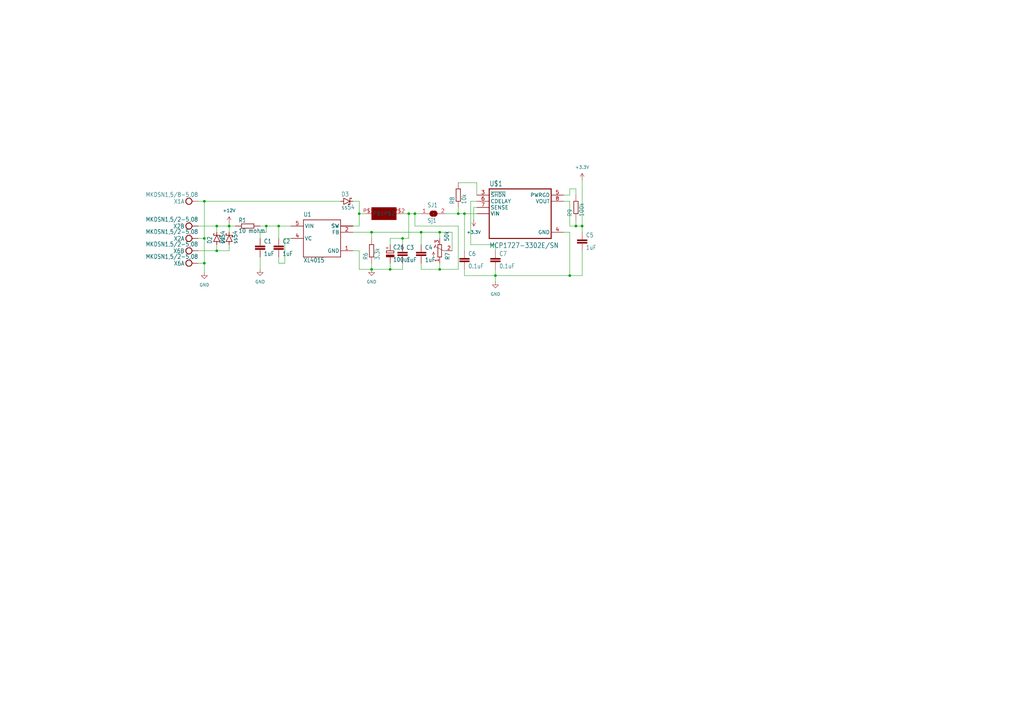
<source format=kicad_sch>
(kicad_sch (version 20250114) (generator "eeschema") (generator_version "9.0")
  (paper "A3")
  (title_block (title "RTU-Eneragro") (date "2025-08-29") (rev "2.0") (company "ELECTROSHOP") (comment 1 "Colaborator 1: Eliceo Ocampo Ccoicca"))
  (lib_symbols
    (symbol "RTU_Agro_V4-eagle-import:C-EUC0603"
      (property "Reference" "C" (at 1.524 0.381 0))
      (symbol "C-EUC0603_1_0"
        (rectangle (start -2.032 -1.016) (end 2.032 -0.508) (fill (type outline)))
        (rectangle (start -2.032 -2.032) (end 2.032 -1.524) (fill (type outline)))
        (polyline (pts (xy 0 0) (xy 0 -0.508)) (stroke (width 0.1524)))
        (polyline (pts (xy 0 -2.54) (xy 0 -2.032)) (stroke (width 0.1524)))
        (pin passive line (at 0 2.54 270) (length 2.54) (name "1") (number "1"))
        (pin passive line (at 0 -5.08 90) (length 2.54) (name "2") (number "2"))
      )
    )
    (symbol "RTU_Agro_V4-eagle-import:CPOL-EUE2.5-6"
      (property "Reference" "C" (at 1.143 0.4826 0))
      (symbol "CPOL-EUE2.5-6_1_0"
        (rectangle (start -1.651 -2.54) (end 1.651 -1.651) (fill (type outline)))
        (polyline (pts (xy -1.524 0) (xy -1.524 -0.889)) (stroke (width 0.254)))
        (polyline (pts (xy -1.524 0) (xy 1.524 0)) (stroke (width 0.254)))
        (polyline (pts (xy -1.524 -0.889) (xy 1.524 -0.889)) (stroke (width 0.254)))
        (polyline (pts (xy 1.524 -0.889) (xy 1.524 0)) (stroke (width 0.254)))
        (text "+" (at -0.5842 0.4064 900) (effects (font (size 1.27 1.0795)) (justify left bottom)))
        (pin passive line (at 0 2.54 270) (length 2.54) (name "+") (number "+"))
        (pin passive line (at 0 -5.08 90) (length 2.54) (name "-") (number "-"))
      )
    )
    (symbol "RTU_Agro_V4-eagle-import:INDUCTOR_470"
      (symbol "INDUCTOR_470_1_0"
        (rectangle (start 5.08 0) (end 15.24 5.08) (fill (type outline)))
        (pin bidirectional line (at 2.54 2.54 0) (length 2.54) (name "P$1") (number "P$1"))
        (pin bidirectional line (at 17.78 2.54 180) (length 2.54) (name "P$2") (number "P$2"))
      )
    )
    (symbol "RTU_Agro_V4-eagle-import:MCP1727-3302E/SN"
      (symbol "MCP1727-3302E/SN_1_0"
        (polyline (pts (xy -12.7 10.16) (xy 12.7 10.16)) (stroke (width 0.41)))
        (polyline (pts (xy -12.7 -10.16) (xy -12.7 10.16)) (stroke (width 0.41)))
        (polyline (pts (xy 12.7 10.16) (xy 12.7 -10.16)) (stroke (width 0.41)))
        (polyline (pts (xy 12.7 -10.16) (xy -12.7 -10.16)) (stroke (width 0.41)))
        (pin input line (at -17.78 7.62 0) (length 5.08) (name "~{SHDN}") (number "3"))
        (pin input line (at -17.78 5.08 0) (length 5.08) (name "CDELAY") (number "6"))
        (pin input line (at -17.78 2.54 0) (length 5.08) (name "SENSE") (number "7"))
        (pin input line (at -17.78 0 0) (length 5.08) (name "VIN") (number "1"))
        (pin input line (at -17.78 0 0) (length 5.08) (name "VIN") (number "2"))
        (pin output line (at 17.78 7.62 180) (length 5.08) (name "PWRGD") (number "5"))
        (pin output line (at 17.78 5.08 180) (length 5.08) (name "VOUT") (number "8"))
        (pin power_in line (at 17.78 -7.62 180) (length 5.08) (name "GND") (number "4"))
      )
    )
    (symbol "RTU_Agro_V4-eagle-import:MKDSN1,5/2-5,08"
      (property "Reference" "X" (at 3.048 -0.889 0))
      (symbol "MKDSN1,5/2-5,08_1_0"
        (circle (center 1.27 0) (radius 1.27) (stroke (width 0.254)))
        (circle (center 1.27 0) (radius 1.27) (stroke (width 0.254)))
        (circle (center 1.27 0) (radius 1.27) (stroke (width 0.254)))
        (pin passive line (at -2.54 0 0) (length 2.54) (name "KL") (number "1"))
      )
      (symbol "MKDSN1,5/2-5,08_2_0"
        (circle (center 1.27 0) (radius 1.27) (stroke (width 0.254)))
        (circle (center 1.27 0) (radius 1.27) (stroke (width 0.254)))
        (circle (center 1.27 0) (radius 1.27) (stroke (width 0.254)))
        (pin passive line (at -2.54 0 0) (length 2.54) (name "KL") (number "2"))
      )
    )
    (symbol "RTU_Agro_V4-eagle-import:MKDSN1,5/8-5,08"
      (property "Reference" "X" (at 3.048 -0.889 0))
      (symbol "MKDSN1,5/8-5,08_1_0"
        (circle (center 1.27 0) (radius 1.27) (stroke (width 0.254)))
        (circle (center 1.27 0) (radius 1.27) (stroke (width 0.254)))
        (circle (center 1.27 0) (radius 1.27) (stroke (width 0.254)))
        (pin passive line (at -2.54 0 0) (length 2.54) (name "KL") (number "1"))
      )
      (symbol "MKDSN1,5/8-5,08_2_0"
        (circle (center 1.27 0) (radius 1.27) (stroke (width 0.254)))
        (circle (center 1.27 0) (radius 1.27) (stroke (width 0.254)))
        (circle (center 1.27 0) (radius 1.27) (stroke (width 0.254)))
        (pin passive line (at -2.54 0 0) (length 2.54) (name "KL") (number "2"))
      )
      (symbol "MKDSN1,5/8-5,08_3_0"
        (circle (center 1.27 0) (radius 1.27) (stroke (width 0.254)))
        (circle (center 1.27 0) (radius 1.27) (stroke (width 0.254)))
        (circle (center 1.27 0) (radius 1.27) (stroke (width 0.254)))
        (pin passive line (at -2.54 0 0) (length 2.54) (name "KL") (number "3"))
      )
      (symbol "MKDSN1,5/8-5,08_4_0"
        (circle (center 1.27 0) (radius 1.27) (stroke (width 0.254)))
        (circle (center 1.27 0) (radius 1.27) (stroke (width 0.254)))
        (circle (center 1.27 0) (radius 1.27) (stroke (width 0.254)))
        (pin passive line (at -2.54 0 0) (length 2.54) (name "KL") (number "4"))
      )
      (symbol "MKDSN1,5/8-5,08_5_0"
        (circle (center 1.27 0) (radius 1.27) (stroke (width 0.254)))
        (circle (center 1.27 0) (radius 1.27) (stroke (width 0.254)))
        (circle (center 1.27 0) (radius 1.27) (stroke (width 0.254)))
        (pin passive line (at -2.54 0 0) (length 2.54) (name "KL") (number "5"))
      )
      (symbol "MKDSN1,5/8-5,08_6_0"
        (circle (center 1.27 0) (radius 1.27) (stroke (width 0.254)))
        (circle (center 1.27 0) (radius 1.27) (stroke (width 0.254)))
        (circle (center 1.27 0) (radius 1.27) (stroke (width 0.254)))
        (pin passive line (at -2.54 0 0) (length 2.54) (name "KL") (number "6"))
      )
      (symbol "MKDSN1,5/8-5,08_7_0"
        (circle (center 1.27 0) (radius 1.27) (stroke (width 0.254)))
        (circle (center 1.27 0) (radius 1.27) (stroke (width 0.254)))
        (circle (center 1.27 0) (radius 1.27) (stroke (width 0.254)))
        (pin passive line (at -2.54 0 0) (length 2.54) (name "KL") (number "7"))
      )
      (symbol "MKDSN1,5/8-5,08_8_0"
        (circle (center 1.27 0) (radius 1.27) (stroke (width 0.254)))
        (circle (center 1.27 0) (radius 1.27) (stroke (width 0.254)))
        (circle (center 1.27 0) (radius 1.27) (stroke (width 0.254)))
        (pin passive line (at -2.54 0 0) (length 2.54) (name "KL") (number "8"))
      )
    )
    (symbol "RTU_Agro_V4-eagle-import:R-EU_M1206"
      (property "Reference" "R" (at -3.81 1.4986 0))
      (symbol "R-EU_M1206_1_0"
        (polyline (pts (xy -2.54 -0.889) (xy -2.54 0.889)) (stroke (width 0.254)))
        (polyline (pts (xy -2.54 -0.889) (xy 2.54 -0.889)) (stroke (width 0.254)))
        (polyline (pts (xy 2.54 0.889) (xy -2.54 0.889)) (stroke (width 0.254)))
        (polyline (pts (xy 2.54 -0.889) (xy 2.54 0.889)) (stroke (width 0.254)))
        (pin passive line (at -5.08 0 0) (length 2.54) (name "1") (number "1"))
        (pin passive line (at 5.08 0 180) (length 2.54) (name "2") (number "2"))
      )
    )
    (symbol "RTU_Agro_V4-eagle-import:R-TRIMM64W"
      (property "Reference" "R" (at -5.969 -3.81 90))
      (symbol "R-TRIMM64W_1_0"
        (polyline (pts (xy -2.54 -0.508) (xy -3.048 -1.524)) (stroke (width 0.1524)))
        (polyline (pts (xy -2.54 -0.508) (xy -2.032 -1.524)) (stroke (width 0.1524)))
        (polyline (pts (xy -2.54 -2.54) (xy -2.54 -0.508)) (stroke (width 0.1524)))
        (polyline (pts (xy -2.286 1.27) (xy -1.651 2.413)) (stroke (width 0.254)))
        (polyline (pts (xy -0.762 2.54) (xy -0.762 -2.54)) (stroke (width 0.254)))
        (polyline (pts (xy -0.762 -2.54) (xy 0.762 -2.54)) (stroke (width 0.254)))
        (polyline (pts (xy 0 2.54) (xy -0.762 2.54)) (stroke (width 0.254)))
        (polyline (pts (xy 0 2.54) (xy 0 5.08)) (stroke (width 0.1524)))
        (polyline (pts (xy 0.762 2.54) (xy 0 2.54)) (stroke (width 0.254)))
        (polyline (pts (xy 0.762 -2.54) (xy 0.762 2.54)) (stroke (width 0.254)))
        (polyline (pts (xy 1.651 0) (xy -1.8796 1.7526)) (stroke (width 0.1524)))
        (polyline (pts (xy 2.54 0) (xy 1.651 0)) (stroke (width 0.1524)))
        (pin passive line (at 0 5.08 270) (length 2.54) (name "E") (number "3"))
        (pin passive line (at 0 -5.08 90) (length 2.54) (name "A") (number "1"))
        (pin passive line (at 5.08 0 180) (length 2.54) (name "S") (number "2"))
      )
    )
    (symbol "RTU_Agro_V4-eagle-import:SCHOTTKY-DIODESMD"
      (property "Reference" "D" (at -2.286 1.905 0))
      (symbol "SCHOTTKY-DIODESMD_1_0"
        (polyline (pts (xy -1.27 1.27) (xy -1.27 0)) (stroke (width 0.254)))
        (polyline (pts (xy -1.27 0) (xy -2.54 0)) (stroke (width 0.254)))
        (polyline (pts (xy -1.27 0) (xy -1.27 -1.27)) (stroke (width 0.254)))
        (polyline (pts (xy -1.27 -1.27) (xy 1.27 0)) (stroke (width 0.254)))
        (polyline (pts (xy 0.635 -1.016) (xy 0.635 -1.27)) (stroke (width 0.254)))
        (polyline (pts (xy 1.27 1.27) (xy 1.27 0)) (stroke (width 0.254)))
        (polyline (pts (xy 1.27 0) (xy -1.27 1.27)) (stroke (width 0.254)))
        (polyline (pts (xy 1.27 0) (xy 1.27 -1.27)) (stroke (width 0.254)))
        (polyline (pts (xy 1.27 0) (xy 2.54 0)) (stroke (width 0.254)))
        (polyline (pts (xy 1.27 -1.27) (xy 0.635 -1.27)) (stroke (width 0.254)))
        (polyline (pts (xy 1.905 1.27) (xy 1.27 1.27)) (stroke (width 0.254)))
        (polyline (pts (xy 1.905 1.27) (xy 1.905 1.016)) (stroke (width 0.254)))
        (pin passive line (at -2.54 0 0) (length 0) (name "A") (number "A"))
        (pin passive line (at 2.54 0 180) (length 0) (name "C") (number "C"))
      )
    )
    (symbol "RTU_Agro_V4-eagle-import:SJ"
      (property "Reference" "SJ" (at -2.54 2.54 0))
      (symbol "SJ_1_0"
        (polyline (pts (xy -2.54 0) (xy -1.651 0)) (stroke (width 0.1524)))
        (arc (start -0.381 -0.635) (mid -1.0159 0.0001) (end -0.3808 0.635) (stroke (width 1.27)))
        (arc (start 0.381 0.635) (mid 1.0159 -0.0001) (end 0.3808 -0.635) (stroke (width 1.27)))
        (polyline (pts (xy 2.54 0) (xy 1.651 0)) (stroke (width 0.1524)))
        (pin passive line (at -5.08 0 0) (length 2.54) (name "1") (number "1"))
        (pin passive line (at 5.08 0 180) (length 2.54) (name "2") (number "2"))
      )
    )
    (symbol "RTU_Agro_V4-eagle-import:SMT-WAV"
      (property "Reference" "R" (at -3.81 1.3716 0))
      (symbol "SMT-WAV_1_0"
        (polyline (pts (xy -2.54 0.889) (xy -2.54 -0.889)) (stroke (width 0.254)))
        (polyline (pts (xy -2.54 -0.889) (xy 2.54 -0.889)) (stroke (width 0.254)))
        (polyline (pts (xy 2.54 0.889) (xy -2.54 0.889)) (stroke (width 0.254)))
        (polyline (pts (xy 2.54 0.889) (xy 2.54 -0.889)) (stroke (width 0.254)))
        (pin passive line (at -5.08 0 0) (length 2.54) (name "2") (number "2"))
        (pin passive line (at 5.08 0 180) (length 2.54) (name "1") (number "1"))
      )
    )
    (symbol "RTU_Agro_V4-eagle-import:XL4015"
      (property "Reference" "U" (at -7.62 8.89 0))
      (symbol "XL4015_1_0"
        (polyline (pts (xy -7.62 7.62) (xy -7.62 -7.62)) (stroke (width 0.254)))
        (polyline (pts (xy -7.62 -7.62) (xy 7.62 -7.62)) (stroke (width 0.254)))
        (polyline (pts (xy 7.62 7.62) (xy -7.62 7.62)) (stroke (width 0.254)))
        (polyline (pts (xy 7.62 -7.62) (xy 7.62 7.62)) (stroke (width 0.254)))
        (pin input line (at -12.7 5.08 0) (length 5.08) (name "VIN") (number "5"))
        (pin passive line (at -12.7 0 0) (length 5.08) (name "VC") (number "4"))
        (pin output line (at 12.7 5.08 180) (length 5.08) (name "SW") (number "3"))
        (pin output line (at 12.7 5.08 180) (length 5.08) (name "SW") (number "3.1"))
        (pin input line (at 12.7 2.54 180) (length 5.08) (name "FB") (number "2"))
        (pin power_in line (at 12.7 -5.08 180) (length 5.08) (name "GND") (number "1"))
      )
    )
    (symbol "power:+12V" (power) (pin_numbers (hide yes)) (pin_names (offset 0) (hide yes))
      (property "Value" "+12V" (at 0 3.556 0))
      (symbol "+12V_0_1"
        (polyline (pts (xy -0.762 1.27) (xy 0 2.54)))
        (polyline (pts (xy 0 2.54) (xy 0.762 1.27)))
        (polyline (pts (xy 0 0) (xy 0 2.54)))
      )
      (symbol "+12V_1_1"
        (pin power_in line (at 0 0 90) (length 0) (name "~") (number "1"))
      )
    )
    (symbol "power:+3.3V" (power) (pin_numbers (hide yes)) (pin_names (offset 0) (hide yes))
      (property "Value" "+3.3V" (at 0 3.556 0))
      (symbol "+3.3V_0_1"
        (polyline (pts (xy -0.762 1.27) (xy 0 2.54)))
        (polyline (pts (xy 0 2.54) (xy 0.762 1.27)))
        (polyline (pts (xy 0 0) (xy 0 2.54)))
      )
      (symbol "+3.3V_1_1"
        (pin power_in line (at 0 0 90) (length 0) (name "~") (number "1"))
      )
    )
    (symbol "power:GND" (power) (pin_numbers (hide yes)) (pin_names (offset 0) (hide yes))
      (property "Value" "GND" (at 0 -3.81 0))
      (symbol "GND_0_1"
        (polyline (pts (xy 0 0) (xy 0 -1.27) (xy 1.27 -1.27) (xy 0 -2.54) (xy -1.27 -1.27) (xy 0 -1.27)))
      )
      (symbol "GND_1_1"
        (pin power_in line (at 0 0 270) (length 0) (name "~") (number "1"))
      )
    )
  )
  (junction (at 167.64 87.63))
  (junction (at 83.82 82.55))
  (junction (at 180.34 110.49))
  (junction (at 160.02 110.49))
  (junction (at 147.32 87.63))
  (junction (at 88.9 92.71))
  (junction (at 238.76 92.71))
  (junction (at 152.4 95.25))
  (junction (at 83.82 97.79))
  (junction (at 93.98 92.71))
  (junction (at 88.9 102.87))
  (junction (at 172.72 95.25))
  (junction (at 83.82 107.95))
  (junction (at 170.18 87.63))
  (junction (at 236.22 92.71))
  (junction (at 152.4 110.49))
  (junction (at 109.22 92.71))
  (junction (at 114.3 92.71))
  (junction (at 190.5 87.63))
  (junction (at 187.96 87.63))
  (junction (at 233.68 113.03))
  (junction (at 165.1 97.79))
  (junction (at 203.2 113.03))
  (junction (at 180.34 95.25))
  (wire (pts (xy 203.2 113.03) (xy 190.5 113.03)) (stroke (width 0.1524)))
  (wire (pts (xy 165.1 107.95) (xy 165.1 110.49)) (stroke (width 0.1524)))
  (wire (pts (xy 190.5 110.49) (xy 190.5 113.03)) (stroke (width 0.1524)))
  (wire (pts (xy 93.98 91.44) (xy 93.98 92.71)))
  (wire (pts (xy 81.28 97.79) (xy 83.82 97.79)) (stroke (width 0.1524)))
  (wire (pts (xy 238.76 73.66) (xy 238.76 92.71)) (stroke (width 0.1524)))
  (wire (pts (xy 81.28 102.87) (xy 88.9 102.87)) (stroke (width 0.1524)))
  (wire (pts (xy 233.68 113.03) (xy 203.2 113.03)) (stroke (width 0.1524)))
  (wire (pts (xy 147.32 102.87) (xy 147.32 110.49)) (stroke (width 0.1524)))
  (wire (pts (xy 190.5 87.63) (xy 190.5 102.87)) (stroke (width 0.1524)))
  (wire (pts (xy 83.82 97.79) (xy 83.82 107.95)) (stroke (width 0.1524)))
  (wire (pts (xy 160.02 100.33) (xy 160.02 97.79)) (stroke (width 0.1524)))
  (wire (pts (xy 193.04 100.33) (xy 203.2 100.33)) (stroke (width 0.1524)))
  (wire (pts (xy 144.78 95.25) (xy 152.4 95.25)) (stroke (width 0.1524)))
  (wire (pts (xy 109.22 95.25) (xy 109.22 92.71)) (stroke (width 0.1524)))
  (wire (pts (xy 238.76 113.03) (xy 233.68 113.03)) (stroke (width 0.1524)))
  (wire (pts (xy 96.52 92.71) (xy 93.98 92.71)) (stroke (width 0.1524)))
  (wire (pts (xy 144.78 82.55) (xy 147.32 82.55)) (stroke (width 0.1524)))
  (wire (pts (xy 165.1 110.49) (xy 160.02 110.49)) (stroke (width 0.1524)))
  (wire (pts (xy 182.88 87.63) (xy 187.96 87.63)) (stroke (width 0.1524)))
  (wire (pts (xy 93.98 92.71) (xy 93.98 95.25)) (stroke (width 0.1524)))
  (wire (pts (xy 106.68 97.79) (xy 106.68 95.25)) (stroke (width 0.1524)))
  (wire (pts (xy 187.96 110.49) (xy 180.34 110.49)) (stroke (width 0.1524)))
  (wire (pts (xy 172.72 100.33) (xy 172.72 95.25)) (stroke (width 0.1524)))
  (wire (pts (xy 160.02 110.49) (xy 152.4 110.49)) (stroke (width 0.1524)))
  (wire (pts (xy 172.72 107.95) (xy 172.72 110.49)) (stroke (width 0.1524)))
  (wire (pts (xy 81.28 82.55) (xy 83.82 82.55)) (stroke (width 0.1524)))
  (wire (pts (xy 180.34 110.49) (xy 180.34 107.95)) (stroke (width 0.1524)))
  (wire (pts (xy 233.68 77.47) (xy 236.22 77.47)) (stroke (width 0.1524)))
  (wire (pts (xy 88.9 92.71) (xy 93.98 92.71)) (stroke (width 0.1524)))
  (wire (pts (xy 172.72 87.63) (xy 170.18 87.63)) (stroke (width 0.1524)))
  (wire (pts (xy 116.84 107.95) (xy 116.84 97.79)) (stroke (width 0.1524)))
  (wire (pts (xy 167.64 97.79) (xy 167.64 87.63)) (stroke (width 0.1524)))
  (wire (pts (xy 180.34 95.25) (xy 172.72 95.25)) (stroke (width 0.1524)))
  (wire (pts (xy 185.42 95.25) (xy 180.34 95.25)) (stroke (width 0.1524)))
  (wire (pts (xy 114.3 97.79) (xy 114.3 92.71)) (stroke (width 0.1524)))
  (wire (pts (xy 195.58 87.63) (xy 190.5 87.63)) (stroke (width 0.1524)))
  (wire (pts (xy 203.2 110.49) (xy 203.2 113.03)) (stroke (width 0.1524)))
  (wire (pts (xy 83.82 107.95) (xy 81.28 107.95)) (stroke (width 0.1524)))
  (wire (pts (xy 195.58 82.55) (xy 193.04 82.55)) (stroke (width 0.1524)))
  (wire (pts (xy 238.76 95.25) (xy 238.76 92.71)) (stroke (width 0.1524)))
  (wire (pts (xy 203.2 113.03) (xy 203.2 115.57)))
  (wire (pts (xy 160.02 97.79) (xy 165.1 97.79)) (stroke (width 0.1524)))
  (wire (pts (xy 152.4 110.49) (xy 147.32 110.49)) (stroke (width 0.1524)))
  (wire (pts (xy 172.72 110.49) (xy 180.34 110.49)) (stroke (width 0.1524)))
  (wire (pts (xy 160.02 107.95) (xy 160.02 110.49)) (stroke (width 0.1524)))
  (wire (pts (xy 236.22 90.17) (xy 236.22 92.71)) (stroke (width 0.1524)))
  (wire (pts (xy 114.3 105.41) (xy 114.3 107.95)) (stroke (width 0.1524)))
  (wire (pts (xy 167.64 87.63) (xy 170.18 87.63)) (stroke (width 0.1524)))
  (wire (pts (xy 106.68 95.25) (xy 109.22 95.25)) (stroke (width 0.1524)))
  (wire (pts (xy 147.32 87.63) (xy 147.32 92.71)) (stroke (width 0.1524)))
  (wire (pts (xy 233.68 95.25) (xy 233.68 113.03)) (stroke (width 0.1524)))
  (wire (pts (xy 109.22 92.71) (xy 114.3 92.71)) (stroke (width 0.1524)))
  (wire (pts (xy 88.9 95.25) (xy 88.9 92.71)) (stroke (width 0.1524)))
  (wire (pts (xy 238.76 102.87) (xy 238.76 113.03)) (stroke (width 0.1524)))
  (wire (pts (xy 238.76 92.71) (xy 236.22 92.71)) (stroke (width 0.1524)))
  (wire (pts (xy 185.42 102.87) (xy 185.42 95.25)) (stroke (width 0.1524)))
  (wire (pts (xy 233.68 82.55) (xy 231.14 82.55)) (stroke (width 0.1524)))
  (wire (pts (xy 83.82 82.55) (xy 83.82 97.79)) (stroke (width 0.1524)))
  (wire (pts (xy 139.7 82.55) (xy 83.82 82.55)) (stroke (width 0.1524)))
  (wire (pts (xy 187.96 85.09) (xy 187.96 87.63)) (stroke (width 0.1524)))
  (wire (pts (xy 106.68 92.71) (xy 109.22 92.71)) (stroke (width 0.1524)))
  (wire (pts (xy 233.68 92.71) (xy 233.68 82.55)) (stroke (width 0.1524)))
  (wire (pts (xy 93.98 102.87) (xy 93.98 100.33)) (stroke (width 0.1524)))
  (wire (pts (xy 165.1 87.63) (xy 167.64 87.63)) (stroke (width 0.1524)))
  (wire (pts (xy 193.04 82.55) (xy 193.04 100.33)) (stroke (width 0.1524)))
  (wire (pts (xy 190.5 87.63) (xy 187.96 87.63)) (stroke (width 0.1524)))
  (wire (pts (xy 144.78 102.87) (xy 147.32 102.87)) (stroke (width 0.1524)))
  (wire (pts (xy 119.38 92.71) (xy 114.3 92.71)) (stroke (width 0.1524)))
  (wire (pts (xy 165.1 100.33) (xy 165.1 97.79)) (stroke (width 0.1524)))
  (wire (pts (xy 236.22 77.47) (xy 236.22 80.01)) (stroke (width 0.1524)))
  (wire (pts (xy 106.68 105.41) (xy 106.68 110.49)) (stroke (width 0.1524)))
  (wire (pts (xy 172.72 95.25) (xy 152.4 95.25)) (stroke (width 0.1524)))
  (wire (pts (xy 165.1 97.79) (xy 167.64 97.79)) (stroke (width 0.1524)))
  (wire (pts (xy 81.28 92.71) (xy 88.9 92.71)) (stroke (width 0.1524)))
  (wire (pts (xy 88.9 100.33) (xy 88.9 102.87)) (stroke (width 0.1524)))
  (wire (pts (xy 194.31 90.17) (xy 194.31 85.09)))
  (wire (pts (xy 114.3 107.95) (xy 116.84 107.95)) (stroke (width 0.1524)))
  (wire (pts (xy 231.14 95.25) (xy 233.68 95.25)) (stroke (width 0.1524)))
  (wire (pts (xy 180.34 97.79) (xy 180.34 95.25)) (stroke (width 0.1524)))
  (wire (pts (xy 149.86 87.63) (xy 147.32 87.63)) (stroke (width 0.1524)))
  (wire (pts (xy 195.58 80.01) (xy 195.58 74.93)) (stroke (width 0.1524)))
  (wire (pts (xy 170.18 87.63) (xy 170.18 92.71)) (stroke (width 0.1524)))
  (wire (pts (xy 147.32 82.55) (xy 147.32 87.63)) (stroke (width 0.1524)))
  (wire (pts (xy 152.4 95.25) (xy 152.4 97.79)) (stroke (width 0.1524)))
  (wire (pts (xy 231.14 80.01) (xy 233.68 80.01)) (stroke (width 0.1524)))
  (wire (pts (xy 236.22 92.71) (xy 233.68 92.71)) (stroke (width 0.1524)))
  (wire (pts (xy 152.4 107.95) (xy 152.4 110.49)) (stroke (width 0.1524)))
  (wire (pts (xy 88.9 102.87) (xy 93.98 102.87)) (stroke (width 0.1524)))
  (wire (pts (xy 233.68 80.01) (xy 233.68 77.47)) (stroke (width 0.1524)))
  (wire (pts (xy 194.31 85.09) (xy 195.58 85.09)) (stroke (width 0.1524)))
  (wire (pts (xy 170.18 92.71) (xy 187.96 92.71)) (stroke (width 0.1524)))
  (wire (pts (xy 116.84 97.79) (xy 119.38 97.79)) (stroke (width 0.1524)))
  (wire (pts (xy 147.32 92.71) (xy 144.78 92.71)) (stroke (width 0.1524)))
  (wire (pts (xy 203.2 100.33) (xy 203.2 102.87)) (stroke (width 0.1524)))
  (wire (pts (xy 187.96 92.71) (xy 187.96 110.49)) (stroke (width 0.1524)))
  (wire (pts (xy 83.82 107.95) (xy 83.82 111.76)))
  (wire (pts (xy 195.58 74.93) (xy 187.96 74.93)) (stroke (width 0.1524)))
  (symbol (lib_id "RTU_Agro_V4-eagle-import:SMT-WAV") (at 101.6 92.71 0) (unit 1)
    (property "Reference" "R1" (at 97.79 91.3384 0) (effects (font (size 1.778 1.5113)) (justify left bottom)))
    (property "Value" "10 mohm" (at 97.79 95.631 0) (effects (font (size 1.778 1.5113)) (justify left bottom)))
    (property "Footprint" "RTU_Agro_V4:SMT-WAV" (effects (hide yes)))
  )
  (symbol (lib_id "RTU_Agro_V4-eagle-import:C-EUC0603") (at 165.1 102.87 0) (unit 1)
    (property "Reference" "C3" (at 166.624 102.489 0) (effects (font (size 1.778 1.5113)) (justify left bottom)))
    (property "Value" "1uF" (at 166.624 107.569 0) (effects (font (size 1.778 1.5113)) (justify left bottom)))
    (property "Footprint" "RTU_Agro_V4:C0603" (effects (hide yes)))
  )
  (symbol (lib_id "power:+3.3V") (at 194.31 90.17 180) (unit 1)
    (property "Reference" "#PWR056" (effects (hide yes)))
    (property "Value" "+3.3V" (at 194.31 95.25 0))
    (property "Description" "Power symbol creates a global label with name \"+3.3V\"" (effects (hide yes)))
  )
  (symbol (lib_id "RTU_Agro_V4-eagle-import:MKDSN1,5/2-5,08") (at 78.74 107.95 180) (unit 1)
    (property "Reference" "X6" (at 75.692 107.061 0) (effects (font (size 1.778 1.5113)) (justify left bottom)))
    (property "Value" "MKDSN1,5/2-5,08" (at 81.28 104.267 0) (effects (font (size 1.778 1.5113)) (justify left bottom)))
    (property "Footprint" "RTU_Agro_V4:MKDSN1,5_2-5,08" (effects (hide yes)))
  )
  (symbol (lib_id "RTU_Agro_V4-eagle-import:C-EUC0603") (at 238.76 97.79 0) (unit 1)
    (property "Reference" "C5" (at 240.284 97.409 0) (effects (font (size 1.778 1.5113)) (justify left bottom)))
    (property "Value" "1uF" (at 240.284 102.489 0) (effects (font (size 1.778 1.5113)) (justify left bottom)))
    (property "Footprint" "RTU_Agro_V4:C0603" (effects (hide yes)))
  )
  (symbol (lib_id "RTU_Agro_V4-eagle-import:SCHOTTKY-DIODESMD") (at 93.98 97.79 90) (unit 1)
    (property "Reference" "D1" (at 92.075 100.076 0) (effects (font (size 1.778 1.5113)) (justify left bottom)))
    (property "Value" "ss54" (at 97.409 100.076 0) (effects (font (size 1.778 1.5113)) (justify left bottom)))
    (property "Footprint" "RTU_Agro_V4:SMB" (effects (hide yes)))
  )
  (symbol (lib_id "power:+12V") (at 93.98 91.44 0) (unit 1)
    (property "Reference" "#PWR031" (effects (hide yes)))
    (property "Value" "+12V" (at 93.98 86.36 0))
    (property "Description" "Power symbol creates a global label with name \"+12V\"" (effects (hide yes)))
  )
  (symbol (lib_id "RTU_Agro_V4-eagle-import:R-EU_M1206") (at 152.4 102.87 90) (unit 1)
    (property "Reference" "R6" (at 150.9014 106.68 0) (effects (font (size 1.778 1.5113)) (justify left bottom)))
    (property "Value" "3.3k" (at 155.702 106.68 0) (effects (font (size 1.778 1.5113)) (justify left bottom)))
    (property "Footprint" "RTU_Agro_V4:M1206" (effects (hide yes)))
  )
  (symbol (lib_id "RTU_Agro_V4-eagle-import:XL4015") (at 132.08 97.79 0) (unit 1)
    (property "Reference" "U1" (at 124.46 88.9 0) (effects (font (size 1.778 1.5113)) (justify left bottom)))
    (property "Value" "XL4015" (at 124.46 107.696 0) (effects (font (size 1.778 1.5113)) (justify left bottom)))
    (property "Footprint" "RTU_Agro_V4:CONV_XL4015" (effects (hide yes)))
  )
  (symbol (lib_id "power:GND") (at 152.4 110.49 0) (unit 1)
    (property "Reference" "#PWR035" (effects (hide yes)))
    (property "Value" "GND" (at 152.4 115.57 0))
    (property "Description" "Power symbol creates a global label with name \"GND\" , ground" (effects (hide yes)))
  )
  (symbol (lib_id "RTU_Agro_V4-eagle-import:MKDSN1,5/2-5,08") (at 78.74 92.71 180) (unit 2)
    (property "Reference" "X2" (at 75.692 91.821 0) (effects (font (size 1.778 1.5113)) (justify left bottom)))
    (property "Value" "MKDSN1,5/2-5,08" (at 81.28 89.027 0) (effects (font (size 1.778 1.5113)) (justify left bottom)))
    (property "Footprint" "RTU_Agro_V4:MKDSN1,5_2-5,08" (effects (hide yes)))
  )
  (symbol (lib_id "RTU_Agro_V4-eagle-import:MKDSN1,5/2-5,08") (at 78.74 97.79 180) (unit 1)
    (property "Reference" "X2" (at 75.692 96.901 0) (effects (font (size 1.778 1.5113)) (justify left bottom)))
    (property "Value" "MKDSN1,5/2-5,08" (at 81.28 94.107 0) (effects (font (size 1.778 1.5113)) (justify left bottom)))
    (property "Footprint" "RTU_Agro_V4:MKDSN1,5_2-5,08" (effects (hide yes)))
  )
  (symbol (lib_id "RTU_Agro_V4-eagle-import:C-EUC0603") (at 172.72 102.87 0) (unit 1)
    (property "Reference" "C4" (at 174.244 102.489 0) (effects (font (size 1.778 1.5113)) (justify left bottom)))
    (property "Value" "1uF" (at 174.244 107.569 0) (effects (font (size 1.778 1.5113)) (justify left bottom)))
    (property "Footprint" "RTU_Agro_V4:C0603" (effects (hide yes)))
  )
  (symbol (lib_id "RTU_Agro_V4-eagle-import:MKDSN1,5/8-5,08") (at 78.74 82.55 180) (unit 1)
    (property "Reference" "X1" (at 75.692 81.661 0) (effects (font (size 1.778 1.5113)) (justify left bottom)))
    (property "Value" "MKDSN1,5/8-5,08" (at 81.28 78.867 0) (effects (font (size 1.778 1.5113)) (justify left bottom)))
    (property "Footprint" "RTU_Agro_V4:MKDSN1,5_8-5,08" (effects (hide yes)))
  )
  (symbol (lib_id "power:GND") (at 83.82 111.76 0) (unit 1)
    (property "Reference" "#PWR033" (effects (hide yes)))
    (property "Value" "GND" (at 83.82 116.84 0))
    (property "Description" "Power symbol creates a global label with name \"GND\" , ground" (effects (hide yes)))
  )
  (symbol (lib_id "RTU_Agro_V4-eagle-import:C-EUC0603") (at 190.5 105.41 0) (unit 1)
    (property "Reference" "C6" (at 192.024 105.029 0) (effects (font (size 1.778 1.5113)) (justify left bottom)))
    (property "Value" "0.1uF" (at 192.024 110.109 0) (effects (font (size 1.778 1.5113)) (justify left bottom)))
    (property "Footprint" "RTU_Agro_V4:C0603" (effects (hide yes)))
  )
  (symbol (lib_id "power:GND") (at 203.2 115.57 0) (unit 1)
    (property "Reference" "#PWR031" (effects (hide yes)))
    (property "Value" "GND" (at 203.2 120.65 0))
    (property "Description" "Power symbol creates a global label with name \"GND\" , ground" (effects (hide yes)))
  )
  (symbol (lib_id "RTU_Agro_V4-eagle-import:CPOL-EUE2.5-6") (at 160.02 102.87 0) (unit 1)
    (property "Reference" "C26" (at 161.163 102.3874 0) (effects (font (size 1.778 1.5113)) (justify left bottom)))
    (property "Value" "100uF" (at 161.163 107.4674 0) (effects (font (size 1.778 1.5113)) (justify left bottom)))
    (property "Footprint" "RTU_Agro_V4:E2,5-6" (effects (hide yes)))
  )
  (symbol (lib_id "RTU_Agro_V4-eagle-import:MKDSN1,5/2-5,08") (at 78.74 102.87 180) (unit 2)
    (property "Reference" "X6" (at 75.692 101.981 0) (effects (font (size 1.778 1.5113)) (justify left bottom)))
    (property "Value" "MKDSN1,5/2-5,08" (at 81.28 99.187 0) (effects (font (size 1.778 1.5113)) (justify left bottom)))
    (property "Footprint" "RTU_Agro_V4:MKDSN1,5_2-5,08" (effects (hide yes)))
  )
  (symbol (lib_id "RTU_Agro_V4-eagle-import:MCP1727-3302E/SN") (at 213.36 87.63 0) (unit 1)
    (property "Reference" "U$1" (at 200.66 76.47 0) (effects (font (size 2.0828 1.7703)) (justify left bottom)))
    (property "Value" "MCP1727-3302E/SN" (at 200.66 101.79 0) (effects (font (size 2.0828 1.7703)) (justify left bottom)))
    (property "Footprint" "RTU_Agro_V4:SOIC127P599X175-8N" (effects (hide yes)))
  )
  (symbol (lib_id "RTU_Agro_V4-eagle-import:INDUCTOR_470") (at 147.32 90.17 0) (unit 1)
    (property "Reference" "L1" (effects (hide yes)))
    (property "Value" "INDUCTOR_470" (effects (hide yes)))
    (property "Footprint" "RTU_Agro_V4:INDUCTOR_470" (effects (hide yes)))
  )
  (symbol (lib_id "power:GND") (at 106.68 110.49 0) (unit 1)
    (property "Reference" "#PWR034" (effects (hide yes)))
    (property "Value" "GND" (at 106.68 115.57 0))
    (property "Description" "Power symbol creates a global label with name \"GND\" , ground" (effects (hide yes)))
  )
  (symbol (lib_id "RTU_Agro_V4-eagle-import:R-EU_M1206") (at 236.22 85.09 90) (unit 1)
    (property "Reference" "R9" (at 234.7214 88.9 0) (effects (font (size 1.778 1.5113)) (justify left bottom)))
    (property "Value" "100k" (at 239.522 88.9 0) (effects (font (size 1.778 1.5113)) (justify left bottom)))
    (property "Footprint" "RTU_Agro_V4:M1206" (effects (hide yes)))
  )
  (symbol (lib_id "RTU_Agro_V4-eagle-import:SJ") (at 177.8 87.63 0) (unit 1)
    (property "Reference" "SJ1" (at 175.26 85.09 0) (effects (font (size 1.778 1.5113)) (justify left bottom)))
    (property "Value" "Sj1" (at 175.26 91.44 0) (effects (font (size 1.778 1.5113)) (justify left bottom)))
    (property "Footprint" "RTU_Agro_V4:SJ" (effects (hide yes)))
  )
  (symbol (lib_id "RTU_Agro_V4-eagle-import:C-EUC0603") (at 203.2 105.41 0) (unit 1)
    (property "Reference" "C7" (at 204.724 105.029 0) (effects (font (size 1.778 1.5113)) (justify left bottom)))
    (property "Value" "0.1uF" (at 204.724 110.109 0) (effects (font (size 1.778 1.5113)) (justify left bottom)))
    (property "Footprint" "RTU_Agro_V4:C0603" (effects (hide yes)))
  )
  (symbol (lib_id "power:+3.3V") (at 238.76 73.66 0) (unit 1)
    (property "Reference" "#PWR041" (effects (hide yes)))
    (property "Value" "+3.3V" (at 238.76 68.58 0))
    (property "Description" "Power symbol creates a global label with name \"+3.3V\"" (effects (hide yes)))
  )
  (symbol (lib_id "RTU_Agro_V4-eagle-import:SCHOTTKY-DIODESMD") (at 88.9 97.79 90) (unit 1)
    (property "Reference" "D2" (at 86.995 100.076 0) (effects (font (size 1.778 1.5113)) (justify left bottom)))
    (property "Value" "ss54" (at 92.329 100.076 0) (effects (font (size 1.778 1.5113)) (justify left bottom)))
    (property "Footprint" "RTU_Agro_V4:SMB" (effects (hide yes)))
  )
  (symbol (lib_id "RTU_Agro_V4-eagle-import:C-EUC0603") (at 106.68 100.33 0) (unit 1)
    (property "Reference" "C1" (at 108.204 99.949 0) (effects (font (size 1.778 1.5113)) (justify left bottom)))
    (property "Value" "1uF" (at 108.204 105.029 0) (effects (font (size 1.778 1.5113)) (justify left bottom)))
    (property "Footprint" "RTU_Agro_V4:C0603" (effects (hide yes)))
  )
  (symbol (lib_id "RTU_Agro_V4-eagle-import:C-EUC0603") (at 114.3 100.33 0) (unit 1)
    (property "Reference" "C2" (at 115.824 99.949 0) (effects (font (size 1.778 1.5113)) (justify left bottom)))
    (property "Value" "1uF" (at 115.824 105.029 0) (effects (font (size 1.778 1.5113)) (justify left bottom)))
    (property "Footprint" "RTU_Agro_V4:C0603" (effects (hide yes)))
  )
  (symbol (lib_id "RTU_Agro_V4-eagle-import:R-TRIMM64W") (at 180.34 102.87 0) (unit 1)
    (property "Reference" "R7" (at 184.531 106.68 90) (effects (font (size 1.778 1.5113)) (justify left bottom)))
    (property "Value" "50k" (at 184.15 99.06 90) (effects (font (size 1.778 1.5113)) (justify left bottom)))
    (property "Footprint" "RTU_Agro_V4:RTRIM64W" (effects (hide yes)))
  )
  (symbol (lib_id "RTU_Agro_V4-eagle-import:R-EU_M1206") (at 187.96 80.01 90) (unit 1)
    (property "Reference" "R8" (at 186.4614 83.82 0) (effects (font (size 1.778 1.5113)) (justify left bottom)))
    (property "Value" "10k" (at 191.262 83.82 0) (effects (font (size 1.778 1.5113)) (justify left bottom)))
    (property "Footprint" "RTU_Agro_V4:M1206" (effects (hide yes)))
  )
  (symbol (lib_id "RTU_Agro_V4-eagle-import:SCHOTTKY-DIODESMD") (at 142.24 82.55 0) (unit 1)
    (property "Reference" "D3" (at 139.954 80.645 0) (effects (font (size 1.778 1.5113)) (justify left bottom)))
    (property "Value" "ss54" (at 139.954 85.979 0) (effects (font (size 1.778 1.5113)) (justify left bottom)))
    (property "Footprint" "RTU_Agro_V4:SMB" (effects (hide yes)))
  )
)
</source>
